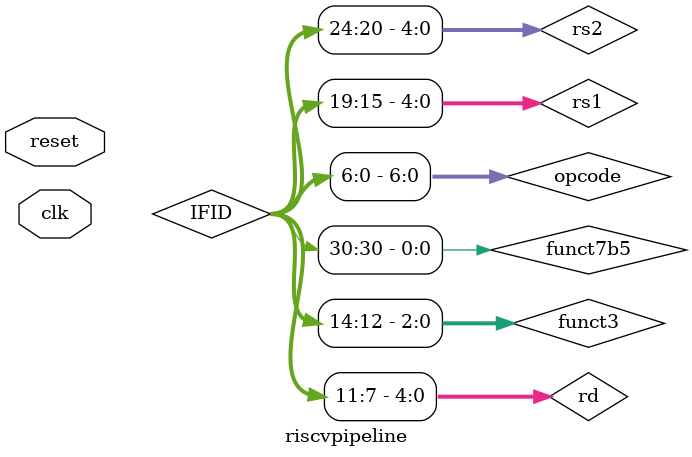
<source format=sv>
module riscvpipeline(input logic clk, reset);

  // Pipeline registers between stages
  typedef struct packed {
    logic [31:0] pc;
    logic [31:0] instr;
  } ifid_reg_t;

  typedef struct packed {
    logic [31:0] pc;
    logic [31:0] reg_data1;
    logic [31:0] reg_data2;
    logic [31:0] imm;
    logic [4:0] rs1, rs2, rd;
    logic [6:0] opcode;
    logic [2:0] funct3;
    logic funct7b5;
    logic mem_read;
    logic mem_write;
    logic alu_src;
    logic reg_write;
    logic [1:0] result_src;
    logic [1:0] imm_src;
    logic branch;
    logic jump;
    logic [2:0] alu_control;
  } idex_reg_t;

  typedef struct packed {
    logic [31:0] alu_result;
    logic [31:0] reg_data2;
    logic [4:0] rd;
    logic mem_read;
    logic mem_write;
    logic reg_write;
  } exmem_reg_t;

  typedef struct packed {
    logic [31:0] mem_read_data;
    logic [31:0] alu_result;
    logic [4:0] rd;
    logic reg_write;
  } memwb_reg_t;

  // Pipeline registers
  ifid_reg_t IFID;
  idex_reg_t IDEX;
  exmem_reg_t EXMEM;
  memwb_reg_t MEMWB;

  // PC register
  logic [31:0] pc, next_pc;

  // Instruction memory
  logic [31:0] instr;

  // Register file ports
  logic [31:0] reg_data1, reg_data2;

  // Immediate generation
  logic [31:0] imm_ext;

  // ALU wires
  logic [31:0] alu_src2, alu_result;
  logic alu_zero;

  // Data memory
  logic [31:0] mem_read_data;

  // Hazard detection & forwarding controls
  logic stall, flush;
  logic [1:0] forwardA, forwardB;

  // Forwarding muxes for ALU inputs
  logic [31:0] alu_in1, alu_in2;

  // PC update logic
  always_ff @(posedge clk or posedge reset) begin
    if (reset) pc <= 32'b0;
    else if (~stall) pc <= next_pc;
  end

  // Fetch stage: read instruction memory with pc
  imem imem_unit(.a(pc), .rd(instr));

  // Calculate next PC (default pc+4)
  logic [31:0] pc_plus4;
  assign pc_plus4 = pc + 4;

  // Branch target calculation for EX stage will be used later
  logic [31:0] branch_target;
  assign branch_target = IDEX.pc + IDEX.imm;

  // IF/ID Pipeline register update
  always_ff @(posedge clk or posedge reset) begin
    if (reset) begin
      IFID <= '0;
    end else if (~stall) begin
      IFID.pc <= pc;
      IFID.instr <= instr;
    end
  end

  // Decode instruction fields
  wire [6:0] opcode = IFID.instr[6:0];
  wire [4:0] rs1 = IFID.instr[19:15];
  wire [4:0] rs2 = IFID.instr[24:20];
  wire [4:0] rd = IFID.instr[11:7];
  wire [2:0] funct3 = IFID.instr[14:12];
  wire funct7b5 = IFID.instr[30];

  // Register file
  regfile regfile_inst(
    .clk(clk), .we3(MEMWB.reg_write), 
    .a1(rs1), .a2(rs2), .a3(MEMWB.rd), 
    .wd3(MEMWB.reg_write ? MEMWB.mem_read_data : MEMWB.alu_result), 
    .rd1(reg_data1), .rd2(reg_data2)
  );

  // Immediate extension
  extend imm_ext_unit (
    .instr(IFID.instr[31:7]), .immsrc(IDEX.imm_src), .immext(imm_ext)
  );

  // Control Unit combinational signals (based on current instruction)
  logic [1:0] result_src;
  logic mem_write, reg_write, alu_src, branch, jump;
  logic [1:0] imm_src;
  logic [2:0] alu_control;

  controller ctrl(
    .op(opcode), .funct3(funct3), .funct7b5(funct7b5), .Zero(alu_zero), 
    .ResultSrc(result_src), .MemWrite(mem_write), .PCSrc(branch & alu_zero | jump),
    .ALUSrc(alu_src), .RegWrite(reg_write), .Jump(jump), .ImmSrc(imm_src),
    .ALUControl(alu_control)
  );

  // Hazard detection for stalls and flushes
  hazard_detection_unit hazard(
    .ID_rs1(rs1), .ID_rs2(rs2), .EX_rd(EXMEM.rd), .EX_mem_read(EXMEM.mem_read),
    .stall(stall), .flush(flush)
  );

  // Forwarding unit for data hazard resolution
  forwarding_unit fwd(
    .EX_rs1(IDEX.rs1), .EX_rs2(IDEX.rs2), .MEM_rd(EXMEM.rd), .MEM_reg_write(EXMEM.reg_write),
    .WB_rd(MEMWB.rd), .WB_reg_write(MEMWB.reg_write), .forwardA(forwardA), .forwardB(forwardB)
  );

  // ID/EX Pipeline register update
  always_ff @(posedge clk or posedge reset) begin
    if (reset) IDEX <= '0;
    else if (~stall) begin
      IDEX.pc <= IFID.pc;
      IDEX.reg_data1 <= reg_data1;
      IDEX.reg_data2 <= reg_data2;
      IDEX.imm <= imm_ext;
      IDEX.rs1 <= rs1;
      IDEX.rs2 <= rs2;
      IDEX.rd <= rd;
      IDEX.opcode <= opcode;
      IDEX.funct3 <= funct3;
      IDEX.funct7b5 <= funct7b5;
      IDEX.mem_read <= (opcode == 7'b0000011);
      IDEX.mem_write <= mem_write;
      IDEX.alu_src <= alu_src;
      IDEX.reg_write <= reg_write;
      IDEX.result_src <= result_src;
      IDEX.imm_src <= imm_src;
      IDEX.branch <= branch;
      IDEX.jump <= jump;
      IDEX.alu_control <= alu_control;
    end
  end

  // Forwarding muxes for ALU inputs at EX stage
  always_comb begin
    case(forwardA)
      2'b00: alu_in1 = IDEX.reg_data1;
      2'b10: alu_in1 = EXMEM.alu_result;
      2'b01: alu_in1 = MEMWB.reg_write ? (MEMWB.mem_read_data) : MEMWB.alu_result;
      default: alu_in1 = IDEX.reg_data1;
    endcase
    case(forwardB)
      2'b00: alu_in2 = IDEX.alu_src ? IDEX.imm : IDEX.reg_data2;
      2'b10: alu_in2 = EXMEM.alu_result;
      2'b01: alu_in2 = MEMWB.reg_write ? (MEMWB.mem_read_data) : MEMWB.alu_result;
      default: alu_in2 = IDEX.alu_src ? IDEX.imm : IDEX.reg_data2;
    endcase
  end

  // EX stage ALU operation
  alu alu_inst(
    .a(alu_in1), .b(alu_in2), .alucontrol(IDEX.alu_control),
    .result(alu_result), .zero(alu_zero)
  );

  // EX/MEM pipeline register update
  always_ff @(posedge clk or posedge reset) begin
    if (reset) EXMEM <= '0;
    else begin
      EXMEM.alu_result <= alu_result;
      EXMEM.reg_data2 <= IDEX.reg_data2;
      EXMEM.rd <= IDEX.rd;
      EXMEM.mem_read <= IDEX.mem_read;
      EXMEM.mem_write <= IDEX.mem_write;
      EXMEM.reg_write <= IDEX.reg_write;
    end
  end

  // MEM stage Data Memory access
  dmem dmem_unit(
    .clk(clk), .we(EXMEM.mem_write), .a(EXMEM.alu_result),
    .wd(EXMEM.reg_data2), .rd(mem_read_data)
  );

  // MEM/WB pipeline register update
  always_ff @(posedge clk or posedge reset) begin
    if (reset) MEMWB <= '0;
    else begin
      MEMWB.mem_read_data <= mem_read_data;
      MEMWB.alu_result <= EXMEM.alu_result;
      MEMWB.rd <= EXMEM.rd;
      MEMWB.reg_write <= EXMEM.reg_write;
    end
  end

  // Writeback stage handled by regfile write enable (MEMWB.reg_write)

  // PC next logic with branch flush
  always_comb begin
    if (flush) begin
      next_pc = branch_target;
    end else begin
      next_pc = pc_plus4;
    end
  end

endmodule

</source>
